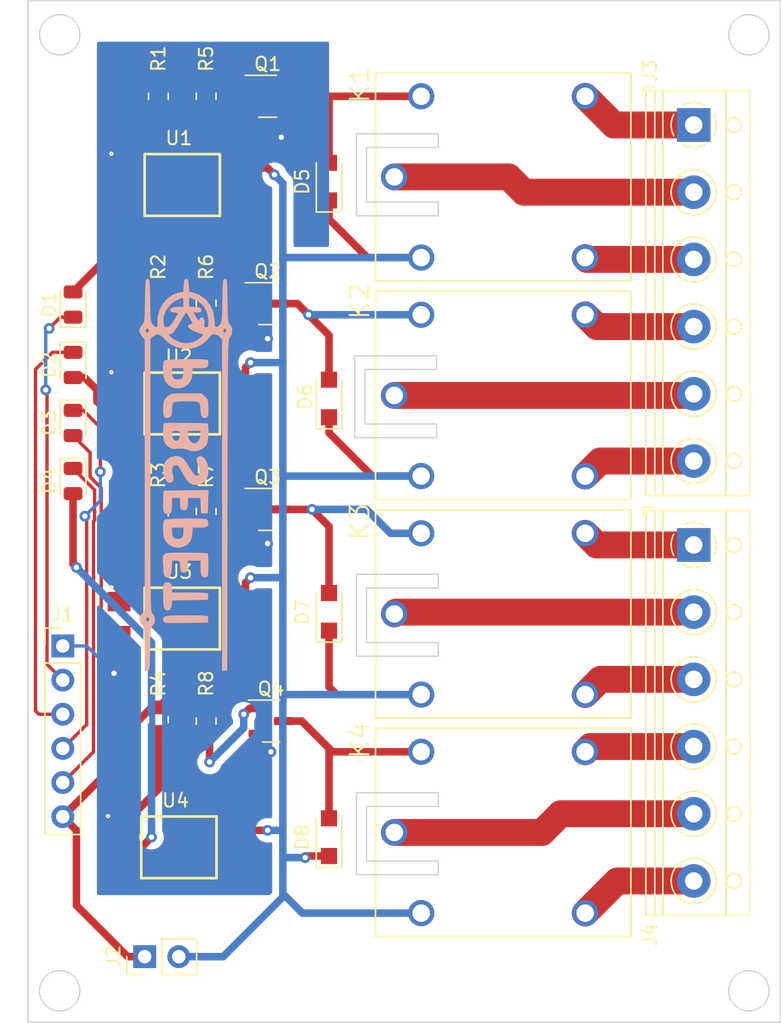
<source format=kicad_pcb>
(kicad_pcb (version 20211014) (generator pcbnew)
  (layers (0 "F.Cu" signal) (31 "B.Cu" signal) (34 "B.Paste" user) (35 "F.Paste" user) (36 "B.SilkS" user "B.Silkscreen") (37 "F.SilkS" user "F.Silkscreen") (38 "B.Mask" user) (39 "F.Mask" user) (44 "Edge.Cuts" user))
  (net 0 "")
  (net 1 "/IN1")
  (net 2 "Net-(D1-Pad2)")
  (net 3 "Net-(D2-Pad2)")
  (net 4 "Net-(D3-Pad2)")
  (net 5 "Net-(D4-Pad2)")
  (net 6 "/JD-VCC")
  (net 7 "Net-(D5-Pad2)")
  (net 8 "Net-(D6-Pad2)")
  (net 9 "Net-(D7-Pad2)")
  (net 10 "Net-(D8-Pad2)")
  (net 11 "/GND")
  (net 12 "/IN2")
  (net 13 "/IN3")
  (net 14 "/IN4")
  (net 15 "/VCC")
  (net 16 "Net-(J3-Pad1)")
  (net 17 "Net-(K1-PadCOM)")
  (net 18 "Net-(K1-PadNO)")
  (net 19 "Net-(J3-Pad4)")
  (net 20 "Net-(K2-PadCOM)")
  (net 21 "Net-(K2-PadNO)")
  (net 22 "Net-(J4-Pad1)")
  (net 23 "Net-(K3-PadCOM)")
  (net 24 "Net-(J4-Pad3)")
  (net 25 "Net-(J4-Pad4)")
  (net 26 "Net-(J4-Pad5)")
  (net 27 "Net-(J4-Pad6)")
  (net 28 "Net-(Q1-Pad1)")
  (net 29 "Net-(Q2-Pad1)")
  (net 30 "Net-(Q3-Pad1)")
  (net 31 "Net-(Q4-Pad1)")
  (net 32 "Net-(R1-Pad2)")
  (net 33 "Net-(R2-Pad2)")
  (net 34 "Net-(R3-Pad2)")
  (net 35 "Net-(R4-Pad2)")
  (net 36 "Net-(R5-Pad1)")
  (net 37 "Net-(R6-Pad1)")
  (net 38 "Net-(R7-Pad1)")
  (net 39 "Net-(R8-Pad1)")
  (footprint "Footprint:SOIC254P1016X390-4N" (layer "F.Cu") (at 112.014 94.426)
    (fp_text reference "U3" (at -0.251 -3.489) (layer "F.SilkS"))
    (fp_text value "PC817")
    (pad "1" smd rect (at -4.7 -1.27 180) (size 1.7 1.45) (layers "F.Cu" "F.Paste" "F.Mask") (net 34 "Net-(R3-Pad2)"))
    (pad "2" smd rect (at -4.7 1.27 180) (size 1.7 1.45) (layers "F.Cu" "F.Paste" "F.Mask") (net 4 "Net-(D3-Pad2)"))
    (pad "3" smd rect (at 4.7 1.27 180) (size 1.7 1.45) (layers "F.Cu" "F.Paste" "F.Mask") (net 38 "Net-(R7-Pad1)"))
    (pad "4" smd rect (at 4.7 -1.27 180) (size 1.7 1.45) (layers "F.Cu" "F.Paste" "F.Mask") (net 6 "/JD-VCC"))
  )
  (footprint "Footprint:LED_0805_2012Metric" (layer "F.Cu") (at 103.886 84.1875 -90)
    (fp_text reference "D4" (at 0 1.778 90) (layer "F.SilkS"))
    (fp_text value "LED")
    (pad "1" smd roundrect (at -0.9375 0 270) (size 0.975 1.4) (layers "F.Cu" "F.Paste" "F.Mask") (net 14 "/IN4"))
    (pad "2" smd roundrect (at 0.9375 0 270) (size 0.975 1.4) (layers "F.Cu" "F.Paste" "F.Mask") (net 5 "Net-(D4-Pad2)"))
  )
  (footprint "Footprint:R_0805_2012Metric" (layer "F.Cu") (at 110.236 101.9425 -90)
    (fp_text reference "R4" (at -2.6905 0 90) (layer "F.SilkS"))
    (fp_text value "1k")
    (pad "1" smd roundrect (at -0.9125 0 270) (size 1.025 1.4) (layers "F.Cu" "F.Paste" "F.Mask") (roundrect_rratio 0.243902439) (net 15 "/VCC"))
    (pad "2" smd roundrect (at 0.9125 0 270) (size 1.025 1.4) (layers "F.Cu" "F.Paste" "F.Mask") (roundrect_rratio 0.243902439) (net 35 "Net-(R4-Pad2)"))
  )
  (footprint "Footprint:LED_0805_2012Metric" (layer "F.Cu") (at 103.886 79.8695 -90)
    (fp_text reference "D3" (at 0 1.778 90) (layer "F.SilkS"))
    (fp_text value "LED")
    (pad "1" smd roundrect (at -0.9375 0 270) (size 0.975 1.4) (layers "F.Cu" "F.Paste" "F.Mask") (net 13 "/IN3"))
    (pad "2" smd roundrect (at 0.9375 0 270) (size 0.975 1.4) (layers "F.Cu" "F.Paste" "F.Mask") (net 4 "Net-(D3-Pad2)"))
  )
  (footprint "Footprint:Nexperia_CFP3_SOD-123W" (layer "F.Cu") (at 122.936 78.046 90)
    (fp_text reference "D6" (at 0.13 -1.778 90) (layer "F.SilkS"))
    (fp_text value "D_Zener")
    (pad "1" smd rect (at -1.4 0 90) (size 1.2 1.2) (layers "F.Cu" "F.Paste" "F.Mask") (net 6 "/JD-VCC"))
    (pad "2" smd rect (at 1.4 0 90) (size 1.2 1.2) (layers "F.Cu" "F.Paste" "F.Mask") (net 8 "Net-(D6-Pad2)"))
  )
  (footprint "Footprint:R_0805_2012Metric" (layer "F.Cu") (at 113.792 70.9545 90)
    (fp_text reference "R6" (at 2.6905 0 90) (layer "F.SilkS"))
    (fp_text value "1k")
    (pad "1" smd roundrect (at -0.9125 0 90) (size 1.025 1.4) (layers "F.Cu" "F.Paste" "F.Mask") (roundrect_rratio 0.243902439) (net 37 "Net-(R6-Pad1)"))
    (pad "2" smd roundrect (at 0.9125 0 90) (size 1.025 1.4) (layers "F.Cu" "F.Paste" "F.Mask") (roundrect_rratio 0.243902439) (net 29 "Net-(Q2-Pad1)"))
  )
  (footprint "Footprint:SOIC254P1016X390-4N" (layer "F.Cu") (at 112.014 78.424)
    (fp_text reference "U2" (at -0.251 -3.489) (layer "F.SilkS"))
    (fp_text value "PC817")
    (pad "1" smd rect (at -4.7 -1.27 180) (size 1.7 1.45) (layers "F.Cu" "F.Paste" "F.Mask") (net 33 "Net-(R2-Pad2)"))
    (pad "2" smd rect (at -4.7 1.27 180) (size 1.7 1.45) (layers "F.Cu" "F.Paste" "F.Mask") (net 3 "Net-(D2-Pad2)"))
    (pad "3" smd rect (at 4.7 1.27 180) (size 1.7 1.45) (layers "F.Cu" "F.Paste" "F.Mask") (net 37 "Net-(R6-Pad1)"))
    (pad "4" smd rect (at 4.7 -1.27 180) (size 1.7 1.45) (layers "F.Cu" "F.Paste" "F.Mask") (net 6 "/JD-VCC"))
  )
  (footprint "Footprint:R_0805_2012Metric" (layer "F.Cu") (at 110.236 86.552 90)
    (fp_text reference "R3" (at 2.794 0 90) (layer "F.SilkS"))
    (fp_text value "1k")
    (pad "1" smd roundrect (at -0.9125 0 90) (size 1.025 1.4) (layers "F.Cu" "F.Paste" "F.Mask") (roundrect_rratio 0.243902439) (net 15 "/VCC"))
    (pad "2" smd roundrect (at 0.9125 0 90) (size 1.025 1.4) (layers "F.Cu" "F.Paste" "F.Mask") (roundrect_rratio 0.243902439) (net 34 "Net-(R3-Pad2)"))
  )
  (footprint "Package_TO_SOT_SMD:SOT-23" (layer "F.Cu") (at 118.364 86.298)
    (fp_text reference "Q3" (at 0 -2.4) (layer "F.SilkS"))
    (fp_text value "BC817")
    (pad "1" smd roundrect (at -0.9375 -0.95) (size 1.475 0.6) (layers "F.Cu" "F.Paste" "F.Mask") (net 30 "Net-(Q3-Pad1)"))
    (pad "2" smd roundrect (at -0.9375 0.95) (size 1.475 0.6) (layers "F.Cu" "F.Paste" "F.Mask") (net 11 "/GND"))
    (pad "3" smd roundrect (at 0.9375 0) (size 1.475 0.6) (layers "F.Cu" "F.Paste" "F.Mask") (net 9 "Net-(D7-Pad2)"))
  )
  (footprint "Footprint:SOIC254P1016X390-4N" (layer "F.Cu") (at 111.76 111.444)
    (fp_text reference "U4" (at -0.251 -3.489) (layer "F.SilkS"))
    (fp_text value "PC817")
    (pad "1" smd rect (at -4.7 -1.27 180) (size 1.7 1.45) (layers "F.Cu" "F.Paste" "F.Mask") (net 35 "Net-(R4-Pad2)"))
    (pad "2" smd rect (at -4.7 1.27 180) (size 1.7 1.45) (layers "F.Cu" "F.Paste" "F.Mask") (net 5 "Net-(D4-Pad2)"))
    (pad "3" smd rect (at 4.7 1.27 180) (size 1.7 1.45) (layers "F.Cu" "F.Paste" "F.Mask") (net 39 "Net-(R8-Pad1)"))
    (pad "4" smd rect (at 4.7 -1.27 180) (size 1.7 1.45) (layers "F.Cu" "F.Paste" "F.Mask") (net 6 "/JD-VCC"))
  )
  (footprint "Footprint:Nexperia_CFP3_SOD-123W" (layer "F.Cu") (at 122.936 110.682 90)
    (fp_text reference "D8" (at 0 -2 90) (layer "F.SilkS"))
    (fp_text value "D_Zener")
    (pad "1" smd rect (at -1.4 0 90) (size 1.2 1.2) (layers "F.Cu" "F.Paste" "F.Mask") (net 6 "/JD-VCC"))
    (pad "2" smd rect (at 1.4 0 90) (size 1.2 1.2) (layers "F.Cu" "F.Paste" "F.Mask") (net 10 "Net-(D8-Pad2)"))
  )
  (footprint "Footprint:PinHeader_1x06_P2.54mm_Vertical" (layer "F.Cu") (at 103.124 96.458)
    (fp_text reference "J1" (at 0 -2.33) (layer "F.SilkS"))
    (fp_text value "Conn_01x06")
    (pad "1" thru_hole rect (at 0 0) (size 1.7 1.7) (drill 1) (layers *.Cu *.Mask) (net 11 "/GND"))
    (pad "2" thru_hole oval (at 0 2.54) (size 1.7 1.7) (drill 1) (layers *.Cu *.Mask) (net 1 "/IN1"))
    (pad "3" thru_hole oval (at 0 5.08) (size 1.7 1.7) (drill 1) (layers *.Cu *.Mask) (net 12 "/IN2"))
    (pad "4" thru_hole oval (at 0 7.62) (size 1.7 1.7) (drill 1) (layers *.Cu *.Mask) (net 13 "/IN3"))
    (pad "5" thru_hole oval (at 0 10.16) (size 1.7 1.7) (drill 1) (layers *.Cu *.Mask) (net 14 "/IN4"))
    (pad "6" thru_hole oval (at 0 12.7) (size 1.7 1.7) (drill 1) (layers *.Cu *.Mask) (net 15 "/VCC"))
  )
  (footprint "Footprint:TerminalBlock_RND_205-00016_1x06_P5.00mm_Horizontal" (layer "F.Cu") (at 150.072 57.7 -90)
    (fp_text reference "J3" (at -4.01 3.256 90) (layer "F.SilkS"))
    (fp_text value "Screw_Terminal_01x06")
    (pad "1" thru_hole rect (at 0 0 270) (size 2.5 2.5) (drill 1.3) (layers *.Cu *.Mask) (net 16 "Net-(J3-Pad1)"))
    (pad "2" thru_hole circle (at 5 0 270) (size 2.5 2.5) (drill 1.3) (layers *.Cu *.Mask) (net 17 "Net-(K1-PadCOM)"))
    (pad "3" thru_hole circle (at 10 0 270) (size 2.5 2.5) (drill 1.3) (layers *.Cu *.Mask) (net 18 "Net-(K1-PadNO)"))
    (pad "4" thru_hole circle (at 15 0 270) (size 2.5 2.5) (drill 1.3) (layers *.Cu *.Mask) (net 19 "Net-(J3-Pad4)"))
    (pad "5" thru_hole circle (at 20 0 270) (size 2.5 2.5) (drill 1.3) (layers *.Cu *.Mask) (net 20 "Net-(K2-PadCOM)"))
    (pad "6" thru_hole circle (at 25 0 270) (size 2.5 2.5) (drill 1.3) (layers *.Cu *.Mask) (net 21 "Net-(K2-PadNO)"))
  )
  (footprint "Footprint:SOIC254P1016X390-4N" (layer "F.Cu") (at 112.014 62.168)
    (fp_text reference "U1" (at -0.251 -3.489) (layer "F.SilkS"))
    (fp_text value "PC817")
    (pad "1" smd rect (at -4.7 -1.27 180) (size 1.7 1.45) (layers "F.Cu" "F.Paste" "F.Mask") (net 32 "Net-(R1-Pad2)"))
    (pad "2" smd rect (at -4.7 1.27 180) (size 1.7 1.45) (layers "F.Cu" "F.Paste" "F.Mask") (net 2 "Net-(D1-Pad2)"))
    (pad "3" smd rect (at 4.7 1.27 180) (size 1.7 1.45) (layers "F.Cu" "F.Paste" "F.Mask") (net 36 "Net-(R5-Pad1)"))
    (pad "4" smd rect (at 4.7 -1.27 180) (size 1.7 1.45) (layers "F.Cu" "F.Paste" "F.Mask") (net 6 "/JD-VCC"))
  )
  (footprint "Footprint:RELAY_JQC-3F-1C-24VDC" (layer "F.Cu") (at 135.894 61.564 180)
    (fp_text reference "K1" (at 10.668 6.858 270) (layer "F.SilkS") (effects (font (size 1.4 1.4))))
    (fp_text value "JQC-3F-1C-24VDC")
    (pad "COIL1" thru_hole circle (at 6.1 -6 180) (size 1.95 1.95) (drill 1.3) (layers *.Cu *.Mask) (net 6 "/JD-VCC"))
    (pad "COIL2" thru_hole circle (at 6.1 6 180) (size 1.95 1.95) (drill 1.3) (layers *.Cu *.Mask) (net 7 "Net-(D5-Pad2)"))
    (pad "COM" thru_hole circle (at 8.1 0 180) (size 1.95 1.95) (drill 1.3) (layers *.Cu *.Mask) (net 17 "Net-(K1-PadCOM)"))
    (pad "NC" thru_hole circle (at -6.1 6 180) (size 1.95 1.95) (drill 1.3) (layers *.Cu *.Mask) (net 16 "Net-(J3-Pad1)"))
    (pad "NO" thru_hole circle (at -6.1 -6 180) (size 1.95 1.95) (drill 1.3) (layers *.Cu *.Mask) (net 18 "Net-(K1-PadNO)"))
  )
  (footprint "Footprint:R_0805_2012Metric" (layer "F.Cu") (at 110.236 70.9545 -90)
    (fp_text reference "R2" (at -2.6905 0 90) (layer "F.SilkS"))
    (fp_text value "1k")
    (pad "1" smd roundrect (at -0.9125 0 270) (size 1.025 1.4) (layers "F.Cu" "F.Paste" "F.Mask") (roundrect_rratio 0.243902439) (net 15 "/VCC"))
    (pad "2" smd roundrect (at 0.9125 0 270) (size 1.025 1.4) (layers "F.Cu" "F.Paste" "F.Mask") (roundrect_rratio 0.243902439) (net 33 "Net-(R2-Pad2)"))
  )
  (footprint "Footprint:R_0805_2012Metric" (layer "F.Cu") (at 113.792 55.564 90)
    (fp_text reference "R5" (at 2.794 0 90) (layer "F.SilkS"))
    (fp_text value "1K")
    (pad "1" smd roundrect (at -0.9125 0 90) (size 1.025 1.4) (layers "F.Cu" "F.Paste" "F.Mask") (roundrect_rratio 0.243902439) (net 36 "Net-(R5-Pad1)"))
    (pad "2" smd roundrect (at 0.9125 0 90) (size 1.025 1.4) (layers "F.Cu" "F.Paste" "F.Mask") (roundrect_rratio 0.243902439) (net 28 "Net-(Q1-Pad1)"))
  )
  (footprint "Footprint:R_0805_2012Metric" (layer "F.Cu") (at 113.792 86.4485 90)
    (fp_text reference "R7" (at 2.6905 0 90) (layer "F.SilkS"))
    (fp_text value "1k")
    (pad "1" smd roundrect (at -0.9125 0 90) (size 1.025 1.4) (layers "F.Cu" "F.Paste" "F.Mask") (roundrect_rratio 0.243902439) (net 38 "Net-(R7-Pad1)"))
    (pad "2" smd roundrect (at 0.9125 0 90) (size 1.025 1.4) (layers "F.Cu" "F.Paste" "F.Mask") (roundrect_rratio 0.243902439) (net 30 "Net-(Q3-Pad1)"))
  )
  (footprint "Package_TO_SOT_SMD:SOT-23" (layer "F.Cu") (at 118.618 102.046)
    (fp_text reference "Q4" (at 0 -2.4) (layer "F.SilkS"))
    (fp_text value "BC817")
    (pad "1" smd roundrect (at -0.9375 -0.95) (size 1.475 0.6) (layers "F.Cu" "F.Paste" "F.Mask") (net 31 "Net-(Q4-Pad1)"))
    (pad "2" smd roundrect (at -0.9375 0.95) (size 1.475 0.6) (layers "F.Cu" "F.Paste" "F.Mask") (net 11 "/GND"))
    (pad "3" smd roundrect (at 0.9375 0) (size 1.475 0.6) (layers "F.Cu" "F.Paste" "F.Mask") (net 10 "Net-(D8-Pad2)"))
  )
  (footprint "Footprint:RELAY_JQC-3F-1C-24VDC" (layer "F.Cu") (at 135.89 77.82 180)
    (fp_text reference "K2" (at 10.664 7.016 90) (layer "F.SilkS") (effects (font (size 1.4 1.4))))
    (fp_text value "JQC-3F-1C-24VDC")
    (pad "COIL1" thru_hole circle (at 6.1 -6 180) (size 1.95 1.95) (drill 1.3) (layers *.Cu *.Mask) (net 6 "/JD-VCC"))
    (pad "COIL2" thru_hole circle (at 6.1 6 180) (size 1.95 1.95) (drill 1.3) (layers *.Cu *.Mask) (net 8 "Net-(D6-Pad2)"))
    (pad "COM" thru_hole circle (at 8.1 0 180) (size 1.95 1.95) (drill 1.3) (layers *.Cu *.Mask) (net 20 "Net-(K2-PadCOM)"))
    (pad "NC" thru_hole circle (at -6.1 6 180) (size 1.95 1.95) (drill 1.3) (layers *.Cu *.Mask) (net 19 "Net-(J3-Pad4)"))
    (pad "NO" thru_hole circle (at -6.1 -6 180) (size 1.95 1.95) (drill 1.3) (layers *.Cu *.Mask) (net 21 "Net-(K2-PadNO)"))
  )
  (footprint "Footprint:LED_0805_2012Metric" (layer "F.Cu") (at 103.886 71.058 90)
    (fp_text reference "D1" (at 0 -1.778 90) (layer "F.SilkS"))
    (fp_text value "LED")
    (pad "1" smd roundrect (at -0.9375 0 90) (size 0.975 1.4) (layers "F.Cu" "F.Paste" "F.Mask") (net 1 "/IN1"))
    (pad "2" smd roundrect (at 0.9375 0 90) (size 0.975 1.4) (layers "F.Cu" "F.Paste" "F.Mask") (net 2 "Net-(D1-Pad2)"))
  )
  (footprint "Footprint:Nexperia_CFP3_SOD-123W" (layer "F.Cu") (at 122.936 61.914 90)
    (fp_text reference "D5" (at 0 -2 90) (layer "F.SilkS"))
    (fp_text value "D_Zener")
    (pad "1" smd rect (at -1.4 0 90) (size 1.2 1.2) (layers "F.Cu" "F.Paste" "F.Mask") (net 6 "/JD-VCC"))
    (pad "2" smd rect (at 1.4 0 90) (size 1.2 1.2) (layers "F.Cu" "F.Paste" "F.Mask") (net 7 "Net-(D5-Pad2)"))
  )
  (footprint "Footprint:R_0805_2012Metric" (layer "F.Cu") (at 110.236 55.564 90)
    (fp_text reference "R1" (at 2.794 0 90) (layer "F.SilkS"))
    (fp_text value "1K")
    (pad "1" smd roundrect (at -0.9125 0 90) (size 1.025 1.4) (layers "F.Cu" "F.Paste" "F.Mask") (roundrect_rratio 0.243902439) (net 15 "/VCC"))
    (pad "2" smd roundrect (at 0.9125 0 90) (size 1.025 1.4) (layers "F.Cu" "F.Paste" "F.Mask") (roundrect_rratio 0.243902439) (net 32 "Net-(R1-Pad2)"))
  )
  (footprint "Footprint:LED_0805_2012Metric" (layer "F.Cu") (at 103.886 75.5515 -90)
    (fp_text reference "D2" (at 0 1.778 90) (layer "F.SilkS"))
    (fp_text value "LED")
    (pad "1" smd roundrect (at -0.9375 0 270) (size 0.975 1.4) (layers "F.Cu" "F.Paste" "F.Mask") (net 12 "/IN2"))
    (pad "2" smd roundrect (at 0.9375 0 270) (size 0.975 1.4) (layers "F.Cu" "F.Paste" "F.Mask") (net 3 "Net-(D2-Pad2)"))
  )
  (footprint "Footprint:Nexperia_CFP3_SOD-123W" (layer "F.Cu") (at 122.936 93.918 90)
    (fp_text reference "D7" (at 0 -2 90) (layer "F.SilkS"))
    (fp_text value "D_Zener")
    (pad "1" smd rect (at -1.4 0 90) (size 1.2 1.2) (layers "F.Cu" "F.Paste" "F.Mask") (net 6 "/JD-VCC"))
    (pad "2" smd rect (at 1.4 0 90) (size 1.2 1.2) (layers "F.Cu" "F.Paste" "F.Mask") (net 9 "Net-(D7-Pad2)"))
  )
  (footprint "Package_TO_SOT_SMD:SOT-23" (layer "F.Cu") (at 118.364 70.992)
    (fp_text reference "Q2" (at 0 -2.4) (layer "F.SilkS"))
    (fp_text value "BC817")
    (pad "1" smd roundrect (at -0.9375 -0.95) (size 1.475 0.6) (layers "F.Cu" "F.Paste" "F.Mask") (net 29 "Net-(Q2-Pad1)"))
    (pad "2" smd roundrect (at -0.9375 0.95) (size 1.475 0.6) (layers "F.Cu" "F.Paste" "F.Mask") (net 11 "/GND"))
    (pad "3" smd roundrect (at 0.9375 0) (size 1.475 0.6) (layers "F.Cu" "F.Paste" "F.Mask") (net 8 "Net-(D6-Pad2)"))
  )
  (footprint "Footprint:RELAY_JQC-3F-1C-24VDC" (layer "F.Cu") (at 135.894 94.076 180)
    (fp_text reference "K3" (at 10.668 6.858 90) (layer "F.SilkS") (effects (font (size 1.4 1.4))))
    (fp_text value "JQC-3F-1C-24VDC")
    (pad "COIL1" thru_hole circle (at 6.1 -6 180) (size 1.95 1.95) (drill 1.3) (layers *.Cu *.Mask) (net 6 "/JD-VCC"))
    (pad "COIL2" thru_hole circle (at 6.1 6 180) (size 1.95 1.95) (drill 1.3) (layers *.Cu *.Mask) (net 9 "Net-(D7-Pad2)"))
    (pad "COM" thru_hole circle (at 8.1 0 180) (size 1.95 1.95) (drill 1.3) (layers *.Cu *.Mask) (net 23 "Net-(K3-PadCOM)"))
    (pad "NC" thru_hole circle (at -6.1 6 180) (size 1.95 1.95) (drill 1.3) (layers *.Cu *.Mask) (net 22 "Net-(J4-Pad1)"))
    (pad "NO" thru_hole circle (at -6.1 -6 180) (size 1.95 1.95) (drill 1.3) (layers *.Cu *.Mask) (net 24 "Net-(J4-Pad3)"))
  )
  (footprint "Footprint:PinHeader_1x02_P2.54mm_Vertical" (layer "F.Cu") (at 109.215 119.572 90)
    (fp_text reference "J2" (at 0 -2.33 90) (layer "F.SilkS"))
    (fp_text value "Conn_01x02")
    (pad "1" thru_hole rect (at 0 0 90) (size 1.7 1.7) (drill 1) (layers *.Cu *.Mask) (net 15 "/VCC"))
    (pad "2" thru_hole oval (at 0 2.54 90) (size 1.7 1.7) (drill 1) (layers *.Cu *.Mask) (net 6 "/JD-VCC"))
  )
  (footprint "Package_TO_SOT_SMD:SOT-23" (layer "F.Cu") (at 118.364 55.564)
    (fp_text reference "Q1" (at 0 -2.4) (layer "F.SilkS"))
    (fp_text value "BC817")
    (pad "1" smd roundrect (at -0.9375 -0.95) (size 1.475 0.6) (layers "F.Cu" "F.Paste" "F.Mask") (net 28 "Net-(Q1-Pad1)"))
    (pad "2" smd roundrect (at -0.9375 0.95) (size 1.475 0.6) (layers "F.Cu" "F.Paste" "F.Mask") (net 11 "/GND"))
    (pad "3" smd roundrect (at 0.9375 0) (size 1.475 0.6) (layers "F.Cu" "F.Paste" "F.Mask") (net 7 "Net-(D5-Pad2)"))
  )
  (footprint "Footprint:TerminalBlock_RND_205-00016_1x06_P5.00mm_Horizontal" (layer "F.Cu") (at 150.072 88.942 -90)
    (fp_text reference "J4" (at 29.01 3.256 90) (layer "F.SilkS"))
    (fp_text value "Screw_Terminal_01x06")
    (pad "1" thru_hole rect (at 0 0 270) (size 2.5 2.5) (drill 1.3) (layers *.Cu *.Mask) (net 22 "Net-(J4-Pad1)"))
    (pad "2" thru_hole circle (at 5 0 270) (size 2.5 2.5) (drill 1.3) (layers *.Cu *.Mask) (net 23 "Net-(K3-PadCOM)"))
    (pad "3" thru_hole circle (at 10 0 270) (size 2.5 2.5) (drill 1.3) (layers *.Cu *.Mask) (net 24 "Net-(J4-Pad3)"))
    (pad "4" thru_hole circle (at 15 0 270) (size 2.5 2.5) (drill 1.3) (layers *.Cu *.Mask) (net 25 "Net-(J4-Pad4)"))
    (pad "5" thru_hole circle (at 20 0 270) (size 2.5 2.5) (drill 1.3) (layers *.Cu *.Mask) (net 26 "Net-(J4-Pad5)"))
    (pad "6" thru_hole circle (at 25 0 270) (size 2.5 2.5) (drill 1.3) (layers *.Cu *.Mask) (net 27 "Net-(J4-Pad6)"))
  )
  (footprint "Footprint:RELAY_JQC-3F-1C-24VDC" (layer "F.Cu") (at 135.894 110.332 180)
    (fp_text reference "K4" (at 10.668 6.858 90) (layer "F.SilkS") (effects (font (size 1.4 1.4))))
    (fp_text value "JQC-3F-1C-24VDC")
    (pad "COIL1" thru_hole circle (at 6.1 -6 180) (size 1.95 1.95) (drill 1.3) (layers *.Cu *.Mask) (net 6 "/JD-VCC"))
    (pad "COIL2" thru_hole circle (at 6.1 6 180) (size 1.95 1.95) (drill 1.3) (layers *.Cu *.Mask) (net 10 "Net-(D8-Pad2)"))
    (pad "COM" thru_hole circle (at 8.1 0 180) (size 1.95 1.95) (drill 1.3) (layers *.Cu *.Mask) (net 26 "Net-(J4-Pad5)"))
    (pad "NC" thru_hole circle (at -6.1 6 180) (size 1.95 1.95) (drill 1.3) (layers *.Cu *.Mask) (net 25 "Net-(J4-Pad4)"))
    (pad "NO" thru_hole circle (at -6.1 -6 180) (size 1.95 1.95) (drill 1.3) (layers *.Cu *.Mask) (net 27 "Net-(J4-Pad6)"))
  )
  (footprint "Footprint:R_0805_2012Metric" (layer "F.Cu") (at 113.792 102.046 -90)
    (fp_text reference "R8" (at -2.794 0 90) (layer "F.SilkS"))
    (fp_text value "1k")
    (pad "1" smd roundrect (at -0.9125 0 270) (size 1.025 1.4) (layers "F.Cu" "F.Paste" "F.Mask") (roundrect_rratio 0.243902439) (net 39 "Net-(R8-Pad1)"))
    (pad "2" smd roundrect (at 0.9125 0 270) (size 1.025 1.4) (layers "F.Cu" "F.Paste" "F.Mask") (roundrect_rratio 0.243902439) (net 31 "Net-(Q4-Pad1)"))
  )
  (footprint "Footprint:PCBSepeti_Logo_2" (layer "B.Cu") (at 112.268 83.758 -90)
    (fp_text reference "G***" hide)
    (fp_text value "LOGO" hide)
  )
  (gr_line (start 130.937 79.948) (end 125.603 79.948) (layer "Edge.Cuts") (width 0.1))
  (gr_line (start 131.064 108.396) (end 131.064 107.38) (layer "Edge.Cuts") (width 0.1))
  (gr_line (start 124.841 80.964) (end 130.937 80.964) (layer "Edge.Cuts") (width 0.1))
  (gr_line (start 156.524 124.452) (end 156.524 48.452) (layer "Edge.Cuts") (width 0.1))
  (gr_line (start 125.603 79.948) (end 125.603 75.884) (layer "Edge.Cuts") (width 0.1))
  (gr_line (start 125.73 112.46) (end 125.73 108.396) (layer "Edge.Cuts") (width 0.1))
  (gr_line (start 124.968 97.22) (end 131.064 97.22) (layer "Edge.Cuts") (width 0.1))
  (gr_line (start 124.968 58.358) (end 124.968 64.454) (layer "Edge.Cuts") (width 0.1))
  (gr_line (start 131.064 58.358) (end 124.968 58.358) (layer "Edge.Cuts") (width 0.1))
  (gr_line (start 125.603 75.884) (end 130.937 75.884) (layer "Edge.Cuts") (width 0.1))
  (gr_line (start 131.064 97.22) (end 131.064 96.204) (layer "Edge.Cuts") (width 0.1))
  (gr_line (start 130.937 74.868) (end 124.841 74.868) (layer "Edge.Cuts") (width 0.1))
  (gr_line (start 156.524 124.452) (end 100.524 124.452) (layer "Edge.Cuts") (width 0.1))
  (gr_line (start 131.064 96.204) (end 125.73 96.204) (layer "Edge.Cuts") (width 0.1))
  (gr_circle (center 102.894 50.992) (end 104.394 50.992) (layer "Edge.Cuts") (width 0.1) (fill none))
  (gr_line (start 124.968 107.38) (end 124.968 113.476) (layer "Edge.Cuts") (width 0.1))
  (gr_line (start 125.73 92.14) (end 131.064 92.14) (layer "Edge.Cuts") (width 0.1))
  (gr_line (start 131.064 64.454) (end 131.064 63.438) (layer "Edge.Cuts") (width 0.1))
  (gr_line (start 125.73 96.204) (end 125.73 92.14) (layer "Edge.Cuts") (width 0.1))
  (gr_line (start 100.524 48.452) (end 156.524 48.452) (layer "Edge.Cuts") (width 0.1))
  (gr_line (start 131.064 91.124) (end 124.968 91.124) (layer "Edge.Cuts") (width 0.1))
  (gr_line (start 131.064 59.374) (end 131.064 58.358) (layer "Edge.Cuts") (width 0.1))
  (gr_line (start 125.73 59.374) (end 131.064 59.374) (layer "Edge.Cuts") (width 0.1))
  (gr_line (start 100.524 48.452) (end 100.524 124.452) (layer "Edge.Cuts") (width 0.1))
  (gr_line (start 130.937 80.964) (end 130.937 79.948) (layer "Edge.Cuts") (width 0.1))
  (gr_line (start 131.064 112.46) (end 125.73 112.46) (layer "Edge.Cuts") (width 0.1))
  (gr_line (start 131.064 63.438) (end 125.73 63.438) (layer "Edge.Cuts") (width 0.1))
  (gr_line (start 131.064 107.38) (end 124.968 107.38) (layer "Edge.Cuts") (width 0.1))
  (gr_line (start 131.064 113.476) (end 131.064 112.46) (layer "Edge.Cuts") (width 0.1))
  (gr_circle (center 154.178 122.112) (end 155.678 122.112) (layer "Edge.Cuts") (width 0.1) (fill none))
  (gr_line (start 124.968 113.476) (end 131.064 113.476) (layer "Edge.Cuts") (width 0.1))
  (gr_line (start 124.968 91.124) (end 124.968 97.22) (layer "Edge.Cuts") (width 0.1))
  (gr_circle (center 154.178 50.992) (end 155.678 50.992) (layer "Edge.Cuts") (width 0.1) (fill none))
  (gr_line (start 125.73 108.396) (end 131.064 108.396) (layer "Edge.Cuts") (width 0.1))
  (gr_line (start 130.937 75.884) (end 130.937 74.868) (layer "Edge.Cuts") (width 0.1))
  (gr_line (start 125.73 63.438) (end 125.73 59.374) (layer "Edge.Cuts") (width 0.1))
  (gr_line (start 131.064 92.14) (end 131.064 91.124) (layer "Edge.Cuts") (width 0.1))
  (gr_line (start 124.968 64.454) (end 131.064 64.454) (layer "Edge.Cuts") (width 0.1))
  (gr_circle (center 102.894 122.112) (end 104.394 122.112) (layer "Edge.Cuts") (width 0.1) (fill none))
  (gr_line (start 124.841 74.868) (end 124.841 80.964) (layer "Edge.Cuts") (width 0.1))
  (segment (start 102.108 72.836) (end 102.9485 71.9955) (width 0.25) (layer "F.Cu") (net 1))
  (segment (start 101.949 97.823) (end 103.124 98.998) (width 0.25) (layer "F.Cu") (net 1))
  (segment (start 102.9485 71.9955) (end 103.886 71.9955) (width 0.25) (layer "F.Cu") (net 1))
  (segment (start 101.854 77.408) (end 101.949 77.503) (width 0.25) (layer "F.Cu") (net 1))
  (segment (start 101.949 77.503) (end 101.949 97.823) (width 0.25) (layer "F.Cu") (net 1))
  (via (at 101.854 77.408) (size 0.8) (drill 0.4) (layers "F.Cu" "B.Cu") (net 1))
  (via (at 102.108 72.836) (size 0.8) (drill 0.4) (layers "F.Cu" "B.Cu") (net 1))
  (segment (start 101.854 73.09) (end 101.854 77.408) (width 0.25) (layer "B.Cu") (net 1))
  (segment (start 102.108 72.836) (end 101.854 73.09) (width 0.25) (layer "B.Cu") (net 1))
  (segment (start 107.314 66.6925) (end 107.314 63.438) (width 0.56) (layer "F.Cu") (net 2))
  (segment (start 103.886 70.1205) (end 107.314 66.6925) (width 0.56) (layer "F.Cu") (net 2))
  (segment (start 104.745 76.489) (end 105.664 77.408) (width 0.56) (layer "F.Cu") (net 3))
  (segment (start 103.886 76.489) (end 104.745 76.489) (width 0.56) (layer "F.Cu") (net 3))
  (segment (start 107.091 79.694) (end 107.314 79.694) (width 0.56) (layer "F.Cu") (net 3))
  (segment (start 105.664 77.408) (end 105.664 78.267) (width 0.56) (layer "F.Cu") (net 3))
  (segment (start 105.664 78.267) (end 107.091 79.694) (width 0.56) (layer "F.Cu") (net 3))
  (segment (start 105.982198 94.364198) (end 105.982198 84.709802) (width 0.25) (layer "F.Cu") (net 4))
  (segment (start 107.314 95.696) (end 105.982198 94.364198) (width 0.25) (layer "F.Cu") (net 4))
  (segment (start 105.156 82.077) (end 105.156 83.883604) (width 0.25) (layer "F.Cu") (net 4))
  (segment (start 103.886 80.807) (end 105.156 82.077) (width 0.25) (layer "F.Cu") (net 4))
  (segment (start 105.156 83.883604) (end 105.982198 84.709802) (width 0.25) (layer "F.Cu") (net 4))
  (segment (start 103.886 85.125) (end 103.886 90.362) (width 0.56) (layer "F.Cu") (net 5))
  (segment (start 107.696 112.714) (end 109.728 110.682) (width 0.56) (layer "F.Cu") (net 5))
  (segment (start 103.886 90.362) (end 104.14 90.616) (width 0.56) (layer "F.Cu") (net 5))
  (segment (start 107.06 112.714) (end 107.696 112.714) (width 0.56) (layer "F.Cu") (net 5))
  (via (at 109.728 110.682) (size 0.8) (drill 0.4) (layers "F.Cu" "B.Cu") (net 5))
  (via (at 104.14 90.616) (size 0.8) (drill 0.4) (layers "F.Cu" "B.Cu") (net 5))
  (segment (start 109.728 110.682) (end 109.728 96.204) (width 0.56) (layer "B.Cu") (net 5))
  (segment (start 109.728 96.204) (end 104.14 90.616) (width 0.56) (layer "B.Cu") (net 5))
  (segment (start 122.936 99.506) (end 123.506 100.076) (width 0.56) (layer "F.Cu") (net 6))
  (segment (start 126.15 83.82) (end 129.79 83.82) (width 0.56) (layer "F.Cu") (net 6))
  (segment (start 122.936 80.606) (end 126.15 83.82) (width 0.56) (layer "F.Cu") (net 6))
  (segment (start 116.714 75.756) (end 117.094 75.376) (width 0.56) (layer "F.Cu") (net 6))
  (segment (start 116.714 93.156) (end 116.714 91.758) (width 0.56) (layer "F.Cu") (net 6))
  (segment (start 122.936 64.708) (end 122.936 63.314) (width 0.56) (layer "F.Cu") (net 6))
  (segment (start 123.506 100.076) (end 129.794 100.076) (width 0.56) (layer "F.Cu") (net 6))
  (segment (start 118.364 60.898) (end 118.872 61.406) (width 0.56) (layer "F.Cu") (net 6))
  (segment (start 116.714 77.154) (end 116.714 75.756) (width 0.56) (layer "F.Cu") (net 6))
  (segment (start 129.794 67.564) (end 125.792 67.564) (width 0.56) (layer "F.Cu") (net 6))
  (segment (start 122.936 79.446) (end 122.936 80.606) (width 0.56) (layer "F.Cu") (net 6))
  (segment (start 122.936 95.318) (end 122.936 99.506) (width 0.56) (layer "F.Cu") (net 6))
  (segment (start 121.282 112.082) (end 121.158 112.206) (width 0.56) (layer "F.Cu") (net 6))
  (segment (start 122.936 112.082) (end 121.282 112.082) (width 0.56) (layer "F.Cu") (net 6))
  (segment (start 116.714 60.898) (end 118.364 60.898) (width 0.56) (layer "F.Cu") (net 6))
  (segment (start 116.714 91.758) (end 117.094 91.378) (width 0.56) (layer "F.Cu") (net 6))
  (segment (start 116.46 110.174) (end 118.364 110.174) (width 0.56) (layer "F.Cu") (net 6))
  (segment (start 125.792 67.564) (end 122.936 64.708) (width 0.56) (layer "F.Cu") (net 6))
  (via (at 118.872 61.406) (size 0.8) (drill 0.4) (layers "F.Cu" "B.Cu") (net 6))
  (via (at 118.364 110.174) (size 0.8) (drill 0.4) (layers "F.Cu" "B.Cu") (net 6))
  (via (at 117.094 75.376) (size 0.8) (drill 0.4) (layers "F.Cu" "B.Cu") (net 6))
  (via (at 117.094 91.378) (size 0.8) (drill 0.4) (layers "F.Cu" "B.Cu") (net 6))
  (via (at 121.158 112.206) (size 0.8) (drill 0.4) (layers "F.Cu" "B.Cu") (net 6))
  (segment (start 119.498 75.258) (end 119.498 83.64) (width 0.56) (layer "B.Cu") (net 6))
  (segment (start 119.678 83.82) (end 119.498 83.64) (width 0.56) (layer "B.Cu") (net 6))
  (segment (start 119.498 67.638) (end 119.498 75.258) (width 0.56) (layer "B.Cu") (net 6))
  (segment (start 117.094 91.378) (end 119.38 91.378) (width 0.56) (layer "B.Cu") (net 6))
  (segment (start 119.498 110.292) (end 119.498 112.342) (width 0.56) (layer "B.Cu") (net 6))
  (segment (start 119.634 112.206) (end 119.498 112.342) (width 0.56) (layer "B.Cu") (net 6))
  (segment (start 119.498 112.832) (end 119.498 114.882) (width 0.56) (layer "B.Cu") (net 6))
  (segment (start 129.794 116.332) (end 120.948 116.332) (width 0.56) (layer "B.Cu") (net 6))
  (segment (start 119.498 91.496) (end 119.498 100.15) (width 0.56) (layer "B.Cu") (net 6))
  (segment (start 118.872 61.406) (end 119.498 62.032) (width 0.56) (layer "B.Cu") (net 6))
  (segment (start 119.572 100.076) (end 119.498 100.15) (width 0.56) (layer "B.Cu") (net 6))
  (segment (start 119.498 112.342) (end 119.498 112.832) (width 0.56) (layer "B.Cu") (net 6))
  (segment (start 120.948 116.332) (end 119.498 114.882) (width 0.56) (layer "B.Cu") (net 6))
  (segment (start 129.794 100.076) (end 119.572 100.076) (width 0.56) (layer "B.Cu") (net 6))
  (segment (start 119.572 67.564) (end 119.498 67.638) (width 0.56) (layer "B.Cu") (net 6))
  (segment (start 119.38 75.376) (end 119.498 75.258) (width 0.56) (layer "B.Cu") (net 6))
  (segment (start 119.498 83.64) (end 119.498 91.496) (width 0.56) (layer "B.Cu") (net 6))
  (segment (start 119.38 110.174) (end 119.498 110.292) (width 0.56) (layer "B.Cu") (net 6))
  (segment (start 118.364 110.174) (end 119.38 110.174) (width 0.56) (layer "B.Cu") (net 6))
  (segment (start 121.158 112.206) (end 119.634 112.206) (width 0.56) (layer "B.Cu") (net 6))
  (segment (start 129.794 67.564) (end 119.572 67.564) (width 0.56) (layer "B.Cu") (net 6))
  (segment (start 119.498 100.15) (end 119.498 110.292) (width 0.56) (layer "B.Cu") (net 6))
  (segment (start 119.38 91.378) (end 119.498 91.496) (width 0.56) (layer "B.Cu") (net 6))
  (segment (start 119.498 62.032) (end 119.498 67.638) (width 0.56) (layer "B.Cu") (net 6))
  (segment (start 119.498 115.136) (end 115.062 119.572) (width 0.56) (layer "B.Cu") (net 6))
  (segment (start 129.79 83.82) (end 119.678 83.82) (width 0.56) (layer "B.Cu") (net 6))
  (segment (start 119.498 114.882) (end 119.498 115.136) (width 0.56) (layer "B.Cu") (net 6))
  (segment (start 117.094 75.376) (end 119.38 75.376) (width 0.56) (layer "B.Cu") (net 6))
  (segment (start 115.062 119.572) (end 111.755 119.572) (width 0.56) (layer "B.Cu") (net 6))
  (segment (start 122.936 55.564) (end 119.3015 55.564) (width 0.56) (layer "F.Cu") (net 7))
  (segment (start 122.936 60.514) (end 122.936 55.564) (width 0.56) (layer "F.Cu") (net 7))
  (segment (start 129.794 55.564) (end 122.936 55.564) (width 0.56) (layer "F.Cu") (net 7))
  (segment (start 119.3015 70.992) (end 120.584 70.992) (width 0.56) (layer "F.Cu") (net 8))
  (segment (start 120.584 70.992) (end 121.158 71.566) (width 0.56) (layer "F.Cu") (net 8))
  (segment (start 121.158 71.566) (end 121.412 71.82) (width 0.56) (layer "F.Cu") (net 8))
  (segment (start 122.936 73.344) (end 121.412 71.82) (width 0.56) (layer "F.Cu") (net 8))
  (segment (start 122.936 76.646) (end 122.936 73.344) (width 0.56) (layer "F.Cu") (net 8))
  (via (at 121.412 71.82) (size 0.8) (drill 0.4) (layers "F.Cu" "B.Cu") (net 8))
  (segment (start 121.412 71.82) (end 129.79 71.82) (width 0.56) (layer "B.Cu") (net 8))
  (segment (start 121.666 86.298) (end 119.3015 86.298) (width 0.56) (layer "F.Cu") (net 9))
  (segment (start 122.936 87.568) (end 121.666 86.298) (width 0.56) (layer "F.Cu") (net 9))
  (segment (start 122.936 92.518) (end 122.936 87.568) (width 0.56) (layer "F.Cu") (net 9))
  (via (at 121.666 86.298) (size 0.8) (drill 0.4) (layers "F.Cu" "B.Cu") (net 9))
  (segment (start 125.73 86.298) (end 127.508 88.076) (width 0.56) (layer "B.Cu") (net 9))
  (segment (start 127.508 88.076) (end 129.794 88.076) (width 0.56) (layer "B.Cu") (net 9))
  (segment (start 121.666 86.298) (end 125.73 86.298) (width 0.56) (layer "B.Cu") (net 9))
  (segment (start 119.5555 102.046) (end 120.904 102.046) (width 0.56) (layer "F.Cu") (net 10))
  (segment (start 129.794 104.332) (end 123.19 104.332) (width 0.56) (layer "F.Cu") (net 10))
  (segment (start 122.936 104.078) (end 122.936 109.282) (width 0.56) (layer "F.Cu") (net 10))
  (segment (start 123.19 104.332) (end 122.936 104.078) (width 0.56) (layer "F.Cu") (net 10))
  (segment (start 120.904 102.046) (end 122.936 104.078) (width 0.56) (layer "F.Cu") (net 10))
  (segment (start 117.6805 102.996) (end 117.6805 103.3945) (width 0.25) (layer "F.Cu") (net 11))
  (segment (start 117.4265 87.9005) (end 118.364 88.838) (width 0.25) (layer "F.Cu") (net 11))
  (segment (start 117.4265 56.6585) (end 119.38 58.612) (width 0.25) (layer "F.Cu") (net 11))
  (segment (start 117.4265 71.942) (end 117.4265 72.6605) (width 0.25) (layer "F.Cu") (net 11))
  (segment (start 117.4265 87.248) (end 117.4265 87.9005) (width 0.25) (layer "F.Cu") (net 11))
  (segment (start 117.6805 103.3945) (end 118.618 104.332) (width 0.25) (layer "F.Cu") (net 11))
  (segment (start 117.4265 72.6605) (end 118.364 73.598) (width 0.25) (layer "F.Cu") (net 11))
  (segment (start 117.4265 56.514) (end 117.4265 56.6585) (width 0.25) (layer "F.Cu") (net 11))
  (via (at 118.364 88.838) (size 0.8) (drill 0.4) (layers "F.Cu" "B.Cu") (net 11))
  (via (at 118.364 73.598) (size 0.8) (drill 0.4) (layers "F.Cu" "B.Cu") (net 11))
  (via (at 106.934 98.49) (size 0.8) (drill 0.4) (layers "F.Cu" "B.Cu") (net 11))
  (via (at 118.618 104.332) (size 0.8) (drill 0.4) (layers "F.Cu" "B.Cu") (net 11))
  (via (at 119.38 58.612) (size 0.8) (drill 0.4) (layers "F.Cu" "B.Cu") (net 11))
  (segment (start 103.124 96.458) (end 104.902 96.458) (width 0.25) (layer "B.Cu") (net 11))
  (segment (start 104.902 96.458) (end 106.934 98.49) (width 0.25) (layer "B.Cu") (net 11))
  (segment (start 101.092 101.284) (end 101.092 75.884) (width 0.25) (layer "F.Cu") (net 12))
  (segment (start 102.362 74.614) (end 103.886 74.614) (width 0.25) (layer "F.Cu") (net 12))
  (segment (start 103.124 101.538) (end 101.346 101.538) (width 0.25) (layer "F.Cu") (net 12))
  (segment (start 101.346 101.538) (end 101.092 101.284) (width 0.25) (layer "F.Cu") (net 12))
  (segment (start 101.092 75.884) (end 102.362 74.614) (width 0.25) (layer "F.Cu") (net 12))
  (segment (start 104.7655 86.806) (end 104.902 86.9425) (width 0.25) (layer "F.Cu") (net 13))
  (segment (start 104.648 78.932) (end 105.918 80.202) (width 0.25) (layer "F.Cu") (net 13))
  (segment (start 104.902 86.9425) (end 104.902 102.3) (width 0.25) (layer "F.Cu") (net 13))
  (segment (start 105.918 80.202) (end 105.918 83.504) (width 0.25) (layer "F.Cu") (net 13))
  (segment (start 104.902 102.3) (end 103.124 104.078) (width 0.25) (layer "F.Cu") (net 13))
  (segment (start 103.886 78.932) (end 104.648 78.932) (width 0.25) (layer "F.Cu") (net 13))
  (via (at 105.918 83.504) (size 0.8) (drill 0.4) (layers "F.Cu" "B.Cu") (net 13))
  (via (at 104.7655 86.806) (size 0.8) (drill 0.4) (layers "F.Cu" "B.Cu") (net 13))
  (segment (start 105.918 85.6535) (end 105.918 83.504) (width 0.25) (layer "B.Cu") (net 13))
  (segment (start 104.7655 86.806) (end 105.918 85.6535) (width 0.25) (layer "B.Cu") (net 13))
  (segment (start 105.41 104.332) (end 105.41 87.186805) (width 0.25) (layer "F.Cu") (net 14))
  (segment (start 105.4905 84.8545) (end 103.886 83.25) (width 0.25) (layer "F.Cu") (net 14))
  (segment (start 105.4905 87.106305) (end 105.4905 84.8545) (width 0.25) (layer "F.Cu") (net 14))
  (segment (start 103.124 106.618) (end 105.41 104.332) (width 0.25) (layer "F.Cu") (net 14))
  (segment (start 105.41 87.186805) (end 105.4905 87.106305) (width 0.25) (layer "F.Cu") (net 14))
  (segment (start 104.14 115.762) (end 107.95 119.572) (width 0.56) (layer "F.Cu") (net 15))
  (segment (start 110.236 101.03) (end 109.728 101.03) (width 0.56) (layer "F.Cu") (net 15))
  (segment (start 112.014 86.806) (end 112.014 99.252) (width 0.56) (layer "F.Cu") (net 15))
  (segment (start 112.014 99.252) (end 110.236 101.03) (width 0.56) (layer "F.Cu") (net 15))
  (segment (start 107.95 119.572) (end 109.215 119.572) (width 0.56) (layer "F.Cu") (net 15))
  (segment (start 107.315 104.967) (end 107.315 103.443) (width 0.56) (layer "F.Cu") (net 15))
  (segment (start 111.252 70.042) (end 112.014 70.804) (width 0.56) (layer "F.Cu") (net 15))
  (segment (start 110.236 70.042) (end 111.252 70.042) (width 0.56) (layer "F.Cu") (net 15))
  (segment (start 103.124 109.158) (end 104.14 110.174) (width 0.56) (layer "F.Cu") (net 15))
  (segment (start 107.315 103.443) (end 109.728 101.03) (width 0.56) (layer "F.Cu") (net 15))
  (segment (start 112.014 57.088) (end 112.014 70.804) (width 0.56) (layer "F.Cu") (net 15))
  (segment (start 104.14 110.174) (end 104.14 115.762) (width 0.56) (layer "F.Cu") (net 15))
  (segment (start 107.315 104.967) (end 103.124 109.158) (width 0.56) (layer "F.Cu") (net 15))
  (segment (start 112.014 86.806) (end 111.3555 87.4645) (width 0.56) (layer "F.Cu") (net 15))
  (segment (start 112.014 70.804) (end 112.014 86.806) (width 0.56) (layer "F.Cu") (net 15))
  (segment (start 111.4025 56.4765) (end 112.014 57.088) (width 0.56) (layer "F.Cu") (net 15))
  (segment (start 110.236 56.4765) (end 111.4025 56.4765) (width 0.56) (layer "F.Cu") (net 15))
  (segment (start 111.3555 87.4645) (end 110.236 87.4645) (width 0.56) (layer "F.Cu") (net 15))
  (segment (start 144.13 57.7) (end 141.994 55.564) (width 2) (layer "F.Cu") (net 16))
  (segment (start 150.072 57.7) (end 144.13 57.7) (width 2) (layer "F.Cu") (net 16))
  (segment (start 150.072 62.7) (end 137.438 62.7) (width 2) (layer "F.Cu") (net 17))
  (segment (start 127.794 61.564) (end 136.302 61.564) (width 2) (layer "F.Cu") (net 17))
  (segment (start 137.438 62.7) (end 136.302 61.564) (width 2) (layer "F.Cu") (net 17))
  (segment (start 150.072 67.7) (end 142.13 67.7) (width 2) (layer "F.Cu") (net 18))
  (segment (start 142.13 67.7) (end 141.994 67.564) (width 2) (layer "F.Cu") (net 18))
  (segment (start 150.072 72.7) (end 142.87 72.7) (width 2) (layer "F.Cu") (net 19))
  (segment (start 142.87 72.7) (end 141.99 71.82) (width 2) (layer "F.Cu") (net 19))
  (segment (start 149.952 77.82) (end 150.072 77.7) (width 2) (layer "F.Cu") (net 20))
  (segment (start 127.79 77.82) (end 149.952 77.82) (width 2) (layer "F.Cu") (net 20))
  (segment (start 143.11 82.7) (end 141.99 83.82) (width 2) (layer "F.Cu") (net 21))
  (segment (start 150.072 82.7) (end 143.11 82.7) (width 2) (layer "F.Cu") (net 21))
  (segment (start 150.072 88.942) (end 142.86 88.942) (width 2) (layer "F.Cu") (net 22))
  (segment (start 142.86 88.942) (end 141.994 88.076) (width 2) (layer "F.Cu") (net 22))
  (segment (start 127.928 93.942) (end 127.794 94.076) (width 2) (layer "F.Cu") (net 23))
  (segment (start 150.072 93.942) (end 127.928 93.942) (width 2) (layer "F.Cu") (net 23))
  (segment (start 143.128 98.942) (end 141.994 100.076) (width 2) (layer "F.Cu") (net 24))
  (segment (start 150.072 98.942) (end 143.128 98.942) (width 2) (layer "F.Cu") (net 24))
  (segment (start 142.384 103.942) (end 141.994 104.332) (width 2) (layer "F.Cu") (net 25))
  (segment (start 150.072 103.942) (end 142.384 103.942) (width 2) (layer "F.Cu") (net 25))
  (segment (start 140.17 108.942) (end 138.78 110.332) (width 2) (layer "F.Cu") (net 26))
  (segment (start 127.794 110.332) (end 138.78 110.332) (width 2) (layer "F.Cu") (net 26))
  (segment (start 150.072 108.942) (end 140.17 108.942) (width 2) (layer "F.Cu") (net 26))
  (segment (start 144.384 113.942) (end 141.994 116.332) (width 2) (layer "F.Cu") (net 27))
  (segment (start 150.072 113.942) (end 144.384 113.942) (width 2) (layer "F.Cu") (net 27))
  (segment (start 117.389 54.6515) (end 117.4265 54.614) (width 0.56) (layer "F.Cu") (net 28))
  (segment (start 113.792 54.6515) (end 117.389 54.6515) (width 0.56) (layer "F.Cu") (net 28))
  (segment (start 113.792 70.042) (end 117.4265 70.042) (width 0.56) (layer "F.Cu") (net 29))
  (segment (start 113.98 85.348) (end 113.792 85.536) (width 0.56) (layer "F.Cu") (net 30))
  (segment (start 117.4265 85.348) (end 113.98 85.348) (width 0.56) (layer "F.Cu") (net 30))
  (segment (start 113.792 102.9585) (end 114.046 103.2125) (width 0.56) (layer "F.Cu") (net 31))
  (segment (start 116.586 101.538) (end 117.028 101.096) (width 0.56) (layer "F.Cu") (net 31))
  (segment (start 114.046 103.2125) (end 114.046 105.094) (width 0.56) (layer "F.Cu") (net 31))
  (segment (start 117.028 101.096) (end 117.6805 101.096) (width 0.56) (layer "F.Cu") (net 31))
  (via (at 116.586 101.538) (size 0.8) (drill 0.4) (layers "F.Cu" "B.Cu") (net 31))
  (via (at 114.046 105.094) (size 0.8) (drill 0.4) (layers "F.Cu" "B.Cu") (net 31))
  (segment (start 116.586 101.538) (end 116.586 102.554) (width 0.56) (layer "B.Cu") (net 31))
  (segment (start 116.586 102.554) (end 114.046 105.094) (width 0.56) (layer "B.Cu") (net 31))
  (segment (start 110.236 54.6515) (end 107.314 57.5735) (width 0.56) (layer "F.Cu") (net 32))
  (segment (start 107.314 57.5735) (end 107.314 60.898) (width 0.56) (layer "F.Cu") (net 32))
  (segment (start 110.236 71.867) (end 107.314 74.789) (width 0.56) (layer "F.Cu") (net 33))
  (segment (start 107.314 74.789) (end 107.314 77.154) (width 0.56) (layer "F.Cu") (net 33))
  (segment (start 107.314 87.442) (end 109.1165 85.6395) (width 0.56) (layer "F.Cu") (net 34))
  (segment (start 107.314 87.442) (end 107.314 93.156) (width 0.56) (layer "F.Cu") (net 34))
  (segment (start 109.1165 85.6395) (end 110.236 85.6395) (width 0.56) (layer "F.Cu") (net 34))
  (segment (start 107.06 110.174) (end 107.188 110.174) (width 0.56) (layer "F.Cu") (net 35))
  (segment (start 107.188 110.174) (end 110.236 107.126) (width 0.56) (layer "F.Cu") (net 35))
  (segment (start 110.236 107.126) (end 110.236 102.855) (width 0.56) (layer "F.Cu") (net 35))
  (segment (start 113.792 56.4765) (end 113.792 62.93) (width 0.56) (layer "F.Cu") (net 36))
  (segment (start 113.792 62.93) (end 114.3 63.438) (width 0.56) (layer "F.Cu") (net 36))
  (segment (start 114.3 63.438) (end 116.714 63.438) (width 0.56) (layer "F.Cu") (net 36))
  (segment (start 116.714 79.694) (end 114.554 79.694) (width 0.56) (layer "F.Cu") (net 37))
  (segment (start 114.554 79.694) (end 113.792 78.932) (width 0.56) (layer "F.Cu") (net 37))
  (segment (start 113.792 78.932) (end 113.792 71.867) (width 0.56) (layer "F.Cu") (net 37))
  (segment (start 116.714 95.696) (end 114.554 95.696) (width 0.56) (layer "F.Cu") (net 38))
  (segment (start 113.792 94.934) (end 113.792 87.361) (width 0.56) (layer "F.Cu") (net 38))
  (segment (start 114.554 95.696) (end 113.792 94.934) (width 0.56) (layer "F.Cu") (net 38))
  (segment (start 116.46 112.714) (end 113.284 112.714) (width 0.56) (layer "F.Cu") (net 39))
  (segment (start 113.0535 101.1335) (end 113.792 101.1335) (width 0.56) (layer "F.Cu") (net 39))
  (segment (start 112.268 101.919) (end 113.0535 101.1335) (width 0.56) (layer "F.Cu") (net 39))
  (segment (start 112.268 111.698) (end 112.268 101.919) (width 0.56) (layer "F.Cu") (net 39))
  (segment (start 113.284 112.714) (end 112.268 111.698) (width 0.56) (layer "F.Cu") (net 39))
  (zone (net 11) (net_name "/GND") (layer "B.Cu") (connect_pads (clearance 0.508)) (min_thickness 0.254) (fill yes (thermal_gap 0.508) (thermal_bridge_width 0.508))
    (polygon (pts (xy 122.936 115) (xy 105.664 115) (xy 105.664 51.5) (xy 122.936 51.5)))
  )
)
</source>
